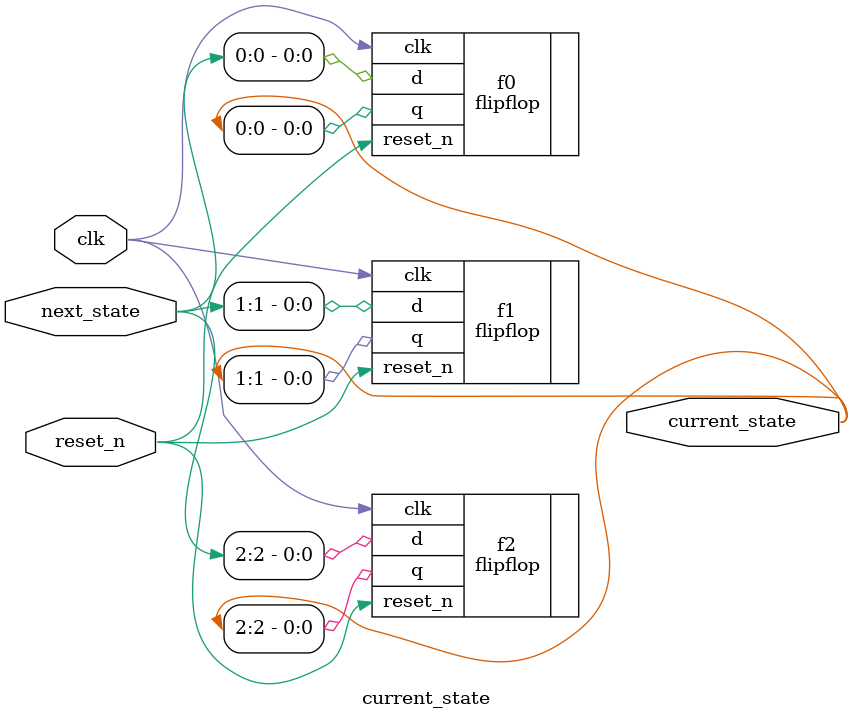
<source format=v>
`timescale 1ns / 1ps


module current_state(
    input wire clk,
    input wire reset_n,
    input wire [2:0] next_state,
    output wire [2:0] current_state
    );
    
    flipflop f0(
    .clk(clk), 
    .reset_n(reset_n), 
    .d(next_state[0]),
    .q(current_state[0])
    );
    
    flipflop f1(
    .clk(clk), 
    .reset_n(reset_n), 
    .d(next_state[1]),
    .q(current_state[1])
    );
    
    flipflop f2(
    .clk(clk), 
    .reset_n(reset_n), 
    .d(next_state[2]),
    .q(current_state[2])
    );
    
    
    
endmodule

</source>
